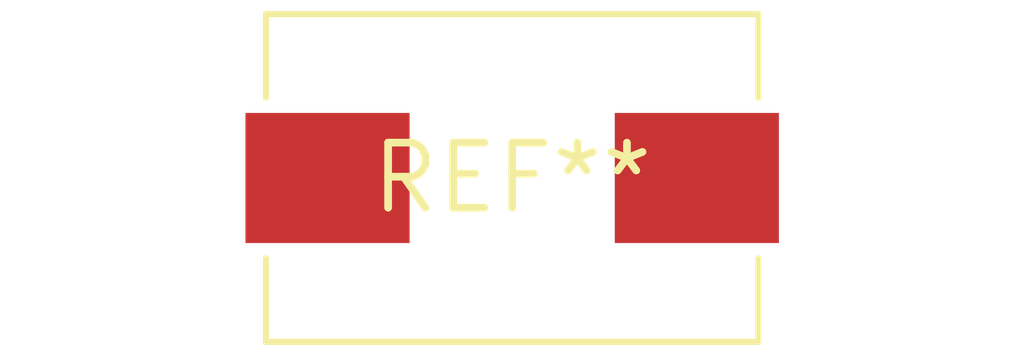
<source format=kicad_pcb>
(kicad_pcb (version 20240108) (generator pcbnew)
  (layers (0 "F.Cu" signal) (31 "B.Cu" signal) (34 "B.Paste" user) (35 "F.Paste" user) (36 "B.SilkS" user "B.Silkscreen") (37 "F.SilkS" user "F.Silkscreen") (38 "B.Mask" user) (39 "F.Mask" user) (44 "Edge.Cuts" user))
  (net 0 "")
  (footprint "L_Wuerth_HCM-1078" (layer "F.Cu") (at 0 0)
    (property "Reference" "REF**")
    (property "Value" "L_Wuerth_HCM-1078")
    (fp_line (start -4.8 -3.2) (end 0 -3.2) (layer "F.SilkS") (stroke (width 0.12)))
    (fp_line (start -4.8 -1.57) (end -4.8 -3.2) (layer "F.SilkS") (stroke (width 0.12)))
    (fp_line (start -4.8 1.57) (end -4.8 3.2) (layer "F.SilkS") (stroke (width 0.12)))
    (fp_line (start -4.8 3.2) (end 0 3.2) (layer "F.SilkS") (stroke (width 0.12)))
    (fp_line (start 4.8 -3.2) (end 0 -3.2) (layer "F.SilkS") (stroke (width 0.12)))
    (fp_line (start 4.8 -1.57) (end 4.8 -3.2) (layer "F.SilkS") (stroke (width 0.12)))
    (fp_line (start 4.8 1.57) (end 4.8 3.2) (layer "F.SilkS") (stroke (width 0.12)))
    (fp_line (start 4.8 3.2) (end 0 3.2) (layer "F.SilkS") (stroke (width 0.12)))
    (pad "1" smd rect (at -3.6 0) (size 3.2 2.54) (layers "F.Cu" "F.Paste" "F.Mask"))
    (pad "2" smd rect (at 3.6 0) (size 3.2 2.54) (layers "F.Cu" "F.Paste" "F.Mask"))
  )
)
</source>
